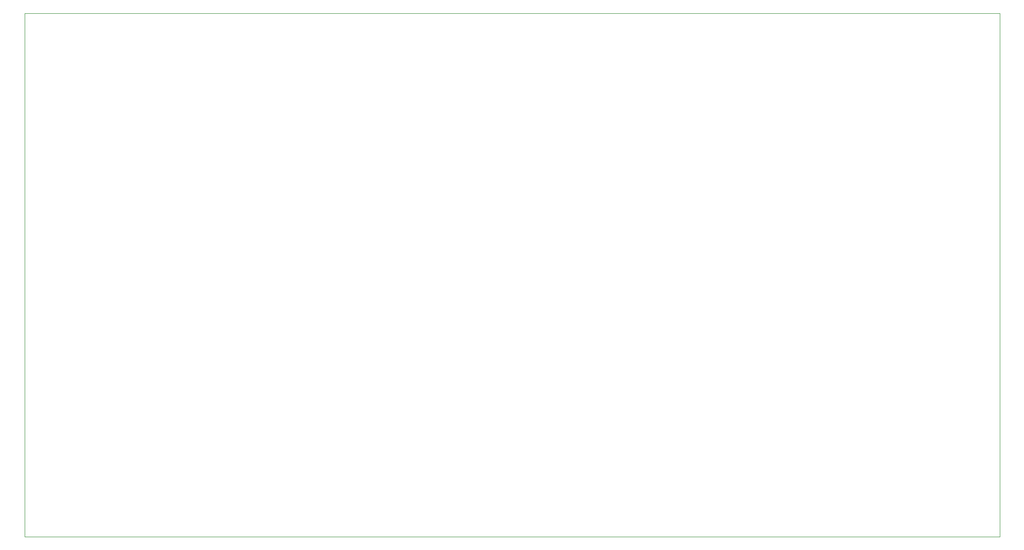
<source format=gbr>
%TF.GenerationSoftware,KiCad,Pcbnew,7.0.6-0*%
%TF.CreationDate,2024-10-04T12:35:45+02:00*%
%TF.ProjectId,Z3660_v022,5a333636-305f-4763-9032-322e6b696361,v0.22*%
%TF.SameCoordinates,Original*%
%TF.FileFunction,Profile,NP*%
%FSLAX46Y46*%
G04 Gerber Fmt 4.6, Leading zero omitted, Abs format (unit mm)*
G04 Created by KiCad (PCBNEW 7.0.6-0) date 2024-10-04 12:35:45*
%MOMM*%
%LPD*%
G01*
G04 APERTURE LIST*
%TA.AperFunction,Profile*%
%ADD10C,0.050000*%
%TD*%
G04 APERTURE END LIST*
D10*
X80264000Y-29418000D02*
X254190500Y-29418000D01*
X80264000Y-122855000D02*
X254190500Y-122855000D01*
X80264000Y-122855000D02*
X80264000Y-29418000D01*
X254190500Y-29418000D02*
X254190500Y-122855000D01*
M02*

</source>
